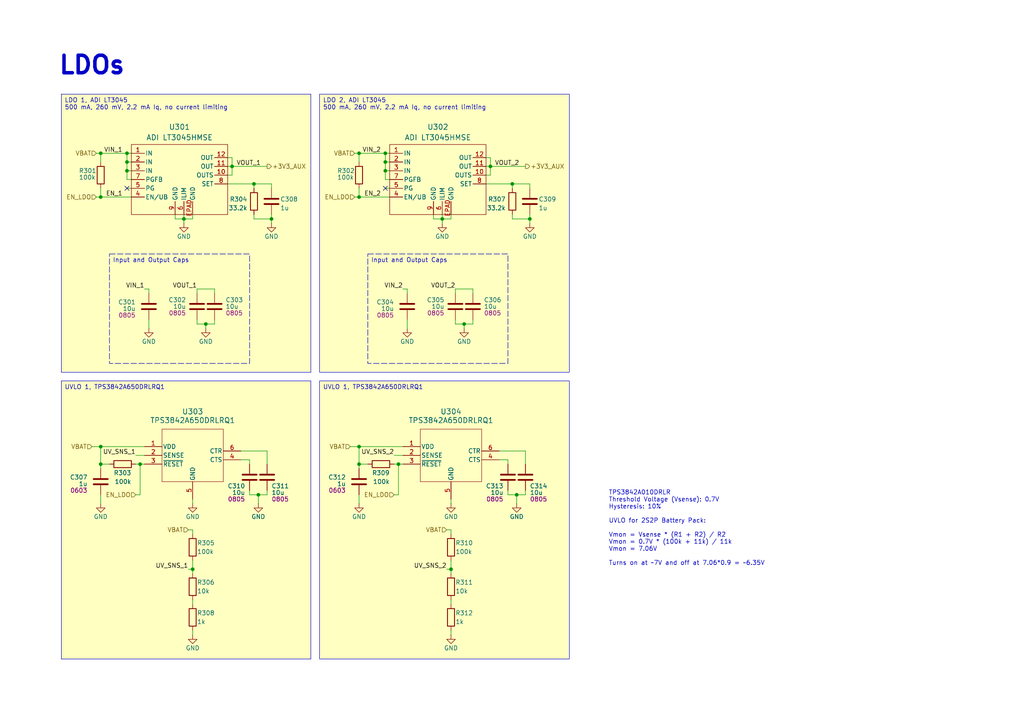
<source format=kicad_sch>
(kicad_sch (version 20231120) (generator "eeschema") (generator_version "8.0")
  (paper "A4")
  (title_block (title "bac EPS Main Board Minimal v1") (date "2025-02-25") (rev "1") (company "Build a CubeSat") (comment 1 "Manuel Imboden") (comment 2 "CC BY-SA 4.0") (comment 3 "https://buildacubesat.space"))
  (lib_symbols
    (symbol "Device:C" (pin_numbers hide) (pin_names (offset 0.254))
      (property "Reference" "C" (at 0.635 2.54 0))
      (property "Value" "C" (at 0.635 -2.54 0))
      (symbol "C_0_1"
        (polyline (pts (xy -2.032 -0.762) (xy 2.032 -0.762)) (stroke (width 0.508)))
        (polyline (pts (xy -2.032 0.762) (xy 2.032 0.762)) (stroke (width 0.508)))
      )
      (symbol "C_1_1"
        (pin passive line (at 0 3.81 270) (length 2.794) (name "~") (number "1"))
        (pin passive line (at 0 -3.81 90) (length 2.794) (name "~") (number "2"))
      )
    )
    (symbol "Device:R" (pin_numbers hide) (pin_names (offset 0))
      (property "Reference" "R" (at 2.032 0 90))
      (property "Value" "R" (at 0 0 90))
      (symbol "R_0_1"
        (rectangle (start -1.016 -2.54) (end 1.016 2.54) (stroke (width 0.254)))
      )
      (symbol "R_1_1"
        (pin passive line (at 0 3.81 270) (length 1.27) (name "~") (number "1"))
        (pin passive line (at 0 -3.81 90) (length 1.27) (name "~") (number "2"))
      )
    )
    (symbol "bac EPS v1:ADI LT3045HMSE" (pin_names (offset 0.254))
      (property "Reference" "U" (at 0 14.732 0))
      (property "Value" "ADI LT3045HMSE" (at 0 12.192 0))
      (symbol "ADI LT3045HMSE_0_1"
        (pin input line (at -13.97 7.62 0) (length 3.81) (name "IN") (number "1"))
        (pin input line (at 13.97 1.27 180) (length 3.81) (name "OUTS") (number "10"))
        (pin output line (at 13.97 3.81 180) (length 3.81) (name "OUT") (number "11"))
        (pin output line (at 13.97 6.35 180) (length 3.81) (name "OUT") (number "12"))
        (pin input line (at -13.97 5.08 0) (length 3.81) (name "IN") (number "2"))
        (pin input line (at -13.97 2.54 0) (length 3.81) (name "IN") (number "3"))
        (pin input line (at -13.97 -5.08 0) (length 3.81) (name "EN/UB") (number "4"))
        (pin output line (at -13.97 -2.54 0) (length 3.81) (name "PG") (number "5"))
        (pin input line (at 1.27 -10.16 90) (length 3.81) (name "ILIM") (number "6"))
        (pin output line (at -13.97 0 0) (length 3.81) (name "PGFB") (number "7"))
        (pin input line (at 13.97 -1.27 180) (length 3.81) (name "SET") (number "8"))
        (pin power_out line (at -1.27 -10.16 90) (length 3.81) (name "GND") (number "9"))
        (pin power_out line (at 3.81 -10.16 90) (length 3.81) (name "GND") (number "EPAD"))
      )
      (symbol "ADI LT3045HMSE_1_1"
        (rectangle (start -13.97 10.16) (end 13.97 -10.16))
      )
    )
    (symbol "bac EPS v1:TI-TPS3842" (pin_names (offset 0.254))
      (property "Reference" "U" (at 0 12.7 0))
      (property "Value" "TI-TPS3842" (at 0 10.16 0))
      (property "Footprint" "bac EPS v1:TI-TPS3842" (at 0.254 -20.574 0))
      (symbol "TI-TPS3842_0_1"
        (polyline (pts (xy -8.89 -7.62) (xy 8.89 -7.62)) (stroke (width 0.127)))
        (polyline (pts (xy -8.89 7.62) (xy -8.89 -7.62)) (stroke (width 0.127)))
        (polyline (pts (xy 8.89 -7.62) (xy 8.89 7.62)) (stroke (width 0.127)))
        (polyline (pts (xy 8.89 7.62) (xy -8.89 7.62)) (stroke (width 0.127)))
        (pin input line (at -13.97 2.54 0) (length 5.08) (name "VDD") (number "1"))
        (pin input line (at -13.97 0 0) (length 5.08) (name "SENSE") (number "2"))
        (pin input line (at 13.97 -1.27 180) (length 5.08) (name "CTS") (number "4"))
        (pin power_out line (at 0 -12.7 90) (length 5.08) (name "GND") (number "5"))
        (pin input line (at 13.97 1.27 180) (length 5.08) (name "CTR") (number "6"))
      )
      (symbol "TI-TPS3842_1_1"
        (pin output line (at -13.97 -2.54 0) (length 5.08) (name "~{RESET}") (number "3"))
      )
    )
    (symbol "power:GND" (power) (pin_numbers hide) (pin_names (offset 0) hide)
      (property "Value" "GND" (at 0 -3.81 0))
      (symbol "GND_0_1"
        (polyline (pts (xy 0 0) (xy 0 -1.27) (xy 1.27 -1.27) (xy 0 -2.54) (xy -1.27 -1.27) (xy 0 -1.27)))
      )
      (symbol "GND_1_1"
        (pin power_in line (at 0 0 270) (length 0) (name "~") (number "1"))
      )
    )
  )
  (junction (at 104.14 57.15))
  (junction (at 142.24 48.26))
  (junction (at 134.62 93.98))
  (junction (at 104.14 129.54))
  (junction (at 104.14 44.45))
  (junction (at 148.59 53.34))
  (junction (at 104.14 134.62))
  (junction (at 153.67 63.5))
  (junction (at 29.21 134.62))
  (junction (at 59.69 93.98))
  (junction (at 78.74 63.5))
  (junction (at 73.66 53.34))
  (junction (at 29.21 57.15))
  (junction (at 67.31 48.26))
  (junction (at 128.27 63.5))
  (junction (at 130.81 165.1))
  (junction (at 115.57 134.62))
  (junction (at 36.83 44.45))
  (junction (at 111.76 46.99))
  (junction (at 53.34 63.5))
  (junction (at 29.21 44.45))
  (junction (at 40.64 134.62))
  (junction (at 111.76 44.45))
  (junction (at 149.86 143.51))
  (junction (at 111.76 49.53))
  (junction (at 29.21 129.54))
  (junction (at 36.83 49.53))
  (junction (at 55.88 165.1))
  (junction (at 36.83 46.99))
  (junction (at 74.93 143.51))
  (no_connect (at 111.76 54.61))
  (no_connect (at 128.27 237.49))
  (no_connect (at 36.83 54.61))
  (wire (pts (xy 140.97 45.72) (xy 142.24 45.72)))
  (wire (pts (xy 104.14 143.51) (xy 104.14 146.05)))
  (wire (pts (xy 73.66 62.23) (xy 73.66 63.5)))
  (wire (pts (xy 29.21 57.15) (xy 38.1 57.15)))
  (wire (pts (xy 78.74 63.5) (xy 78.74 64.77)))
  (wire (pts (xy 132.08 92.71) (xy 132.08 93.98)))
  (wire (pts (xy 147.32 133.35) (xy 147.32 134.62)))
  (wire (pts (xy 29.21 134.62) (xy 31.75 134.62)))
  (wire (pts (xy 114.3 143.51) (xy 115.57 143.51)))
  (wire (pts (xy 142.24 45.72) (xy 142.24 48.26)))
  (wire (pts (xy 130.81 173.99) (xy 130.81 175.26)))
  (wire (pts (xy 74.93 143.51) (xy 74.93 146.05)))
  (wire (pts (xy 118.11 83.82) (xy 118.11 85.09)))
  (wire (pts (xy 102.87 57.15) (xy 104.14 57.15)))
  (wire (pts (xy 40.64 134.62) (xy 41.91 134.62)))
  (wire (pts (xy 29.21 143.51) (xy 29.21 146.05)))
  (wire (pts (xy 77.47 143.51) (xy 77.47 142.24)))
  (wire (pts (xy 66.04 53.34) (xy 73.66 53.34)))
  (wire (pts (xy 132.08 83.82) (xy 137.16 83.82)))
  (wire (pts (xy 39.37 143.51) (xy 40.64 143.51)))
  (wire (pts (xy 111.76 44.45) (xy 111.76 46.99)))
  (wire (pts (xy 129.54 165.1) (xy 130.81 165.1)))
  (wire (pts (xy 38.1 44.45) (xy 36.83 44.45)))
  (wire (pts (xy 134.62 93.98) (xy 134.62 95.25)))
  (wire (pts (xy 29.21 44.45) (xy 29.21 46.99)))
  (wire (pts (xy 55.88 63.5) (xy 55.88 62.23)))
  (wire (pts (xy 62.23 93.98) (xy 62.23 92.71)))
  (wire (pts (xy 116.84 83.82) (xy 118.11 83.82)))
  (wire (pts (xy 59.69 93.98) (xy 59.69 95.25)))
  (wire (pts (xy 130.81 63.5) (xy 130.81 62.23)))
  (wire (pts (xy 53.34 62.23) (xy 53.34 63.5)))
  (wire (pts (xy 144.78 133.35) (xy 147.32 133.35)))
  (wire (pts (xy 29.21 129.54) (xy 41.91 129.54)))
  (wire (pts (xy 36.83 44.45) (xy 36.83 46.99)))
  (wire (pts (xy 125.73 63.5) (xy 128.27 63.5)))
  (wire (pts (xy 104.14 44.45) (xy 104.14 46.99)))
  (wire (pts (xy 66.04 45.72) (xy 67.31 45.72)))
  (wire (pts (xy 29.21 44.45) (xy 36.83 44.45)))
  (wire (pts (xy 102.87 44.45) (xy 104.14 44.45)))
  (wire (pts (xy 142.24 48.26) (xy 152.4 48.26)))
  (wire (pts (xy 50.8 63.5) (xy 53.34 63.5)))
  (wire (pts (xy 77.47 130.81) (xy 77.47 134.62)))
  (wire (pts (xy 73.66 63.5) (xy 78.74 63.5)))
  (wire (pts (xy 137.16 93.98) (xy 137.16 92.71)))
  (wire (pts (xy 54.61 165.1) (xy 55.88 165.1)))
  (wire (pts (xy 78.74 53.34) (xy 78.74 54.61)))
  (wire (pts (xy 130.81 144.78) (xy 130.81 146.05)))
  (wire (pts (xy 148.59 63.5) (xy 153.67 63.5)))
  (wire (pts (xy 147.32 143.51) (xy 149.86 143.51)))
  (wire (pts (xy 55.88 165.1) (xy 55.88 162.56)))
  (wire (pts (xy 137.16 83.82) (xy 137.16 85.09)))
  (wire (pts (xy 111.76 52.07) (xy 113.03 52.07)))
  (wire (pts (xy 115.57 134.62) (xy 115.57 143.51)))
  (wire (pts (xy 57.15 92.71) (xy 57.15 93.98)))
  (wire (pts (xy 27.94 57.15) (xy 29.21 57.15)))
  (wire (pts (xy 55.88 173.99) (xy 55.88 175.26)))
  (wire (pts (xy 149.86 143.51) (xy 149.86 146.05)))
  (wire (pts (xy 59.69 93.98) (xy 62.23 93.98)))
  (wire (pts (xy 128.27 62.23) (xy 128.27 63.5)))
  (wire (pts (xy 72.39 142.24) (xy 72.39 143.51)))
  (wire (pts (xy 41.91 83.82) (xy 43.18 83.82)))
  (wire (pts (xy 29.21 135.89) (xy 29.21 134.62)))
  (wire (pts (xy 69.85 130.81) (xy 77.47 130.81)))
  (wire (pts (xy 132.08 85.09) (xy 132.08 83.82)))
  (wire (pts (xy 152.4 143.51) (xy 152.4 142.24)))
  (wire (pts (xy 36.83 52.07) (xy 38.1 52.07)))
  (wire (pts (xy 104.14 57.15) (xy 113.03 57.15)))
  (wire (pts (xy 148.59 53.34) (xy 148.59 54.61)))
  (wire (pts (xy 55.88 153.67) (xy 55.88 154.94)))
  (wire (pts (xy 132.08 93.98) (xy 134.62 93.98)))
  (wire (pts (xy 142.24 48.26) (xy 142.24 50.8)))
  (wire (pts (xy 118.11 92.71) (xy 118.11 95.25)))
  (wire (pts (xy 104.14 135.89) (xy 104.14 134.62)))
  (wire (pts (xy 50.8 62.23) (xy 50.8 63.5)))
  (wire (pts (xy 111.76 54.61) (xy 113.03 54.61)))
  (wire (pts (xy 73.66 53.34) (xy 73.66 54.61)))
  (wire (pts (xy 140.97 50.8) (xy 142.24 50.8)))
  (wire (pts (xy 114.3 132.08) (xy 116.84 132.08)))
  (wire (pts (xy 57.15 83.82) (xy 62.23 83.82)))
  (wire (pts (xy 29.21 54.61) (xy 29.21 57.15)))
  (wire (pts (xy 114.3 134.62) (xy 115.57 134.62)))
  (wire (pts (xy 148.59 53.34) (xy 153.67 53.34)))
  (wire (pts (xy 134.62 93.98) (xy 137.16 93.98)))
  (wire (pts (xy 153.67 53.34) (xy 153.67 54.61)))
  (wire (pts (xy 55.88 165.1) (xy 55.88 166.37)))
  (wire (pts (xy 43.18 83.82) (xy 43.18 85.09)))
  (wire (pts (xy 72.39 143.51) (xy 74.93 143.51)))
  (wire (pts (xy 53.34 64.77) (xy 53.34 63.5)))
  (wire (pts (xy 153.67 63.5) (xy 153.67 62.23)))
  (wire (pts (xy 38.1 46.99) (xy 36.83 46.99)))
  (wire (pts (xy 55.88 144.78) (xy 55.88 146.05)))
  (wire (pts (xy 115.57 134.62) (xy 116.84 134.62)))
  (wire (pts (xy 104.14 44.45) (xy 111.76 44.45)))
  (wire (pts (xy 113.03 46.99) (xy 111.76 46.99)))
  (wire (pts (xy 104.14 129.54) (xy 116.84 129.54)))
  (wire (pts (xy 40.64 134.62) (xy 40.64 143.51)))
  (wire (pts (xy 152.4 130.81) (xy 152.4 134.62)))
  (wire (pts (xy 66.04 50.8) (xy 67.31 50.8)))
  (wire (pts (xy 57.15 85.09) (xy 57.15 83.82)))
  (wire (pts (xy 67.31 45.72) (xy 67.31 48.26)))
  (wire (pts (xy 140.97 53.34) (xy 148.59 53.34)))
  (wire (pts (xy 36.83 54.61) (xy 38.1 54.61)))
  (wire (pts (xy 111.76 46.99) (xy 111.76 49.53)))
  (wire (pts (xy 66.04 48.26) (xy 67.31 48.26)))
  (wire (pts (xy 57.15 93.98) (xy 59.69 93.98)))
  (wire (pts (xy 62.23 83.82) (xy 62.23 85.09)))
  (wire (pts (xy 43.18 92.71) (xy 43.18 95.25)))
  (wire (pts (xy 111.76 49.53) (xy 113.03 49.53)))
  (wire (pts (xy 130.81 165.1) (xy 130.81 166.37)))
  (wire (pts (xy 39.37 134.62) (xy 40.64 134.62)))
  (wire (pts (xy 128.27 63.5) (xy 130.81 63.5)))
  (wire (pts (xy 67.31 48.26) (xy 67.31 50.8)))
  (wire (pts (xy 130.81 153.67) (xy 130.81 154.94)))
  (wire (pts (xy 104.14 134.62) (xy 106.68 134.62)))
  (wire (pts (xy 128.27 64.77) (xy 128.27 63.5)))
  (wire (pts (xy 36.83 49.53) (xy 36.83 52.07)))
  (wire (pts (xy 26.67 129.54) (xy 29.21 129.54)))
  (wire (pts (xy 39.37 132.08) (xy 41.91 132.08)))
  (wire (pts (xy 29.21 129.54) (xy 29.21 134.62)))
  (wire (pts (xy 74.93 143.51) (xy 77.47 143.51)))
  (wire (pts (xy 130.81 182.88) (xy 130.81 184.15)))
  (wire (pts (xy 125.73 62.23) (xy 125.73 63.5)))
  (wire (pts (xy 69.85 133.35) (xy 72.39 133.35)))
  (wire (pts (xy 78.74 63.5) (xy 78.74 62.23)))
  (wire (pts (xy 55.88 182.88) (xy 55.88 184.15)))
  (wire (pts (xy 140.97 48.26) (xy 142.24 48.26)))
  (wire (pts (xy 153.67 63.5) (xy 153.67 64.77)))
  (wire (pts (xy 101.6 129.54) (xy 104.14 129.54)))
  (wire (pts (xy 73.66 53.34) (xy 78.74 53.34)))
  (wire (pts (xy 130.81 165.1) (xy 130.81 162.56)))
  (wire (pts (xy 67.31 48.26) (xy 77.47 48.26)))
  (wire (pts (xy 113.03 44.45) (xy 111.76 44.45)))
  (wire (pts (xy 54.61 153.67) (xy 55.88 153.67)))
  (wire (pts (xy 36.83 49.53) (xy 38.1 49.53)))
  (wire (pts (xy 104.14 129.54) (xy 104.14 134.62)))
  (wire (pts (xy 104.14 54.61) (xy 104.14 57.15)))
  (wire (pts (xy 111.76 49.53) (xy 111.76 52.07)))
  (wire (pts (xy 129.54 153.67) (xy 130.81 153.67)))
  (wire (pts (xy 149.86 143.51) (xy 152.4 143.51)))
  (wire (pts (xy 36.83 46.99) (xy 36.83 49.53)))
  (wire (pts (xy 147.32 142.24) (xy 147.32 143.51)))
  (wire (pts (xy 53.34 63.5) (xy 55.88 63.5)))
  (wire (pts (xy 72.39 133.35) (xy 72.39 134.62)))
  (wire (pts (xy 27.94 44.45) (xy 29.21 44.45)))
  (wire (pts (xy 148.59 62.23) (xy 148.59 63.5)))
  (wire (pts (xy 144.78 130.81) (xy 152.4 130.81)))
  (text_box "UVLO 1, TPS3842A650DRLRQ1" (at 17.78 110.49 0) (size 72.39 80.645) (fill (type color) (color 255 255 194 1)) (effects (font (size 1.27 1.27)) (justify left top)))
  (text_box "Input and Output Caps" (at 31.75 73.66 0) (size 40.64 31.75) (stroke (width 0) (type dash)) (effects (font (size 1.27 1.27)) (justify left top)))
  (text_box "LDO 1, ADI LT3045\n500 mA, 260 mV, 2.2 mA Iq, no current limiting" (at 17.78 27.305 0) (size 72.39 80.645) (fill (type color) (color 255 255 194 1)) (effects (font (size 1.27 1.27)) (justify left top)))
  (text_box "Input and Output Caps" (at 106.68 73.66 0) (size 40.64 31.75) (stroke (width 0) (type dash)) (effects (font (size 1.27 1.27)) (justify left top)))
  (text_box "LDO 2, ADI LT3045\n500 mA, 260 mV, 2.2 mA Iq, no current limiting" (at 92.71 27.305 0) (size 72.39 80.645) (fill (type color) (color 255 255 194 1)) (effects (font (size 1.27 1.27)) (justify left top)))
  (text_box "UVLO 1, TPS3842A650DRLRQ1" (at 92.71 110.49 0) (size 72.39 80.645) (fill (type color) (color 255 255 194 1)) (effects (font (size 1.27 1.27)) (justify left top)))
  (text "TPS3842A010DRLR\nThreshold Voltage (Vsense): 0.7V\nHysteresis: 10%\n\nUVLO for 2S2P Battery Pack:\n\nVmon = Vsense * (R1 + R2) / R2\nVmon = 0.7V * (100k + 11k) / 11k\nVmon = 7.06V\n\nTurns on at ~7V and off at 7.06*0.9 = ~6.35V\n" (at 176.53 142.24 0) (effects (font (size 1.27 1.27)) (justify left top)))
  (text "LDOs" (at 26.67 19.05 0) (effects (font (size 5.08 5.08) (thickness 1.016) (bold yes))))
  (label "EN_1" (at 35.56 57.15 180))
  (label "VOUT_2" (at 132.08 83.82 180))
  (label "UV_SNS_2" (at 114.3 132.08 180))
  (label "VOUT_2" (at 143.51 48.26 0))
  (label "VOUT_1" (at 57.15 83.82 180))
  (label "EN_2" (at 110.49 57.15 180))
  (label "VIN_2" (at 110.49 44.45 180))
  (label "UV_SNS_1" (at 54.61 165.1 180))
  (label "VOUT_1" (at 68.58 48.26 0))
  (label "UV_SNS_1" (at 39.37 132.08 180))
  (label "VIN_1" (at 35.56 44.45 180))
  (label "UV_SNS_2" (at 129.54 165.1 180))
  (label "VIN_1" (at 41.91 83.82 180))
  (label "VIN_2" (at 116.84 83.82 180))
  (hierarchical_label "VBAT" (shape input) (at 26.67 129.54 180))
  (hierarchical_label "EN_LDO" (shape input) (at 102.87 57.15 180))
  (hierarchical_label "+3V3_AUX" (shape output) (at 152.4 48.26 0))
  (hierarchical_label "VBAT" (shape input) (at 54.61 153.67 180))
  (hierarchical_label "EN_LDO" (shape input) (at 114.3 143.51 180))
  (hierarchical_label "EN_LDO" (shape input) (at 27.94 57.15 180))
  (hierarchical_label "VBAT" (shape input) (at 102.87 44.45 180))
  (hierarchical_label "VBAT" (shape input) (at 27.94 44.45 180))
  (hierarchical_label "VBAT" (shape input) (at 129.54 153.67 180))
  (hierarchical_label "EN_LDO" (shape input) (at 39.37 143.51 180))
  (hierarchical_label "VBAT" (shape input) (at 101.6 129.54 180))
  (hierarchical_label "+3V3_AUX" (shape output) (at 77.47 48.26 0))
  (symbol (lib_id "Device:R") (at 148.59 58.42 0) (mirror y) (unit 1)
    (property "Reference" "R307" (at 146.685 57.785 0) (effects (justify left)))
    (property "Value" "33.2k" (at 146.685 60.325 0) (effects (justify left)))
    (property "Footprint" "Resistor_SMD:R_0603_1608Metric" (effects (hide yes)))
    (property "Description" "Resistor" (effects (hide yes)))
    (property "Package" "0603" (effects (hide yes)))
    (property "Tolerance" "0.5%" (effects (hide yes)))
    (property "Series" "E192" (effects (hide yes)))
  )
  (symbol (lib_id "Device:R") (at 130.81 158.75 0) (mirror x) (unit 1)
    (property "Reference" "R310" (at 132.08 157.48 0) (effects (justify left)))
    (property "Value" "100k" (at 132.08 160.02 0) (effects (justify left)))
    (property "Footprint" "bac EPS v1:bac-R-0603-100k" (effects (hide yes)))
    (property "Description" "Resistor" (effects (hide yes)))
    (property "Package" "0603" (effects (hide yes)))
    (property "Tolerance" "0.5%" (effects (hide yes)))
    (property "Series" "E192" (effects (hide yes)))
  )
  (symbol (lib_id "Device:R") (at 29.21 50.8 0) (mirror x) (unit 1)
    (property "Reference" "R301" (at 22.86 49.53 0) (effects (justify left)))
    (property "Value" "100k" (at 22.86 51.435 0) (effects (justify left)))
    (property "Footprint" "bac EPS v1:bac-R-0603-100k" (effects (hide yes)))
    (property "Description" "Resistor" (effects (hide yes)))
    (property "Package" "0603" (effects (hide yes)))
    (property "Tolerance" "10%" (effects (hide yes)))
    (property "Series" "E12" (effects (hide yes)))
  )
  (symbol (lib_id "power:GND") (at 55.88 184.15 0) (unit 1)
    (property "Reference" "#PWR0312" (effects (hide yes)))
    (property "Value" "GND" (at 55.88 187.96 0))
    (property "Description" "Power symbol creates a global label with name \"GND\" , ground" (effects (hide yes)))
  )
  (symbol (lib_id "Device:R") (at 55.88 158.75 0) (mirror x) (unit 1)
    (property "Reference" "R305" (at 57.15 157.48 0) (effects (justify left)))
    (property "Value" "100k" (at 57.15 160.02 0) (effects (justify left)))
    (property "Footprint" "bac EPS v1:bac-R-0603-100k" (effects (hide yes)))
    (property "Description" "Resistor" (effects (hide yes)))
    (property "Package" "0603" (effects (hide yes)))
    (property "Tolerance" "0.5%" (effects (hide yes)))
    (property "Series" "E192" (effects (hide yes)))
  )
  (symbol (lib_id "power:GND") (at 149.86 146.05 0) (unit 1)
    (property "Reference" "#PWR0316" (effects (hide yes)))
    (property "Value" "GND" (at 149.86 149.86 0))
    (property "Description" "Power symbol creates a global label with name \"GND\" , ground" (effects (hide yes)))
  )
  (symbol (lib_id "bac EPS v1:ADI LT3045HMSE") (at 52.07 52.07 0) (unit 1)
    (property "Reference" "U301" (at 52.07 36.83 0) (effects (font (size 1.524 1.524))))
    (property "Value" "ADI LT3045HMSE" (at 52.07 39.878 0) (effects (font (size 1.524 1.524))))
    (property "Footprint" "bac EPS v1:ADI-LT3045HMSE" (effects (hide yes)))
    (property "Datasheet" "https://www.analog.com/media/en/technical-documentation/data-sheets/LT3045.pdf" (effects (hide yes)))
    (property "Description" "Linear Voltage Regulator IC Positive Adjustable 1 Output 500mA 12-MSOP-EP" (effects (hide yes)))
  )
  (symbol (lib_id "bac EPS v1:TI-TPS3842") (at 130.81 132.08 0) (unit 1)
    (property "Reference" "U304" (at 130.81 119.38 0) (effects (font (size 1.524 1.524))))
    (property "Value" "TPS3842A650DRLRQ1" (at 130.81 121.92 0) (effects (font (size 1.524 1.524))))
    (property "Footprint" "bac EPS v1:TI-TPS3842" (effects (hide yes)))
    (property "Datasheet" "https://www.ti.com/lit/ds/symlink/tps3842.pdf?ts=1740301052360" (effects (hide yes)))
  )
  (symbol (lib_id "power:GND") (at 153.67 64.77 0) (unit 1)
    (property "Reference" "#PWR0311" (effects (hide yes)))
    (property "Value" "GND" (at 153.67 68.58 0))
    (property "Description" "Power symbol creates a global label with name \"GND\" , ground" (effects (hide yes)))
  )
  (symbol (lib_id "power:GND") (at 78.74 64.77 0) (unit 1)
    (property "Reference" "#PWR0304" (effects (hide yes)))
    (property "Value" "GND" (at 78.74 68.58 0))
    (property "Description" "Power symbol creates a global label with name \"GND\" , ground" (effects (hide yes)))
  )
  (symbol (lib_id "power:GND") (at 118.11 95.25 0) (unit 1)
    (property "Reference" "#PWR0306" (effects (hide yes)))
    (property "Value" "GND" (at 118.11 99.06 0))
    (property "Description" "Power symbol creates a global label with name \"GND\" , ground" (effects (hide yes)))
  )
  (symbol (lib_id "Device:C") (at 29.21 139.7 0) (unit 1)
    (property "Reference" "C307" (at 25.4 138.43 0) (effects (justify right)))
    (property "Value" "1u" (at 25.4 140.335 0) (effects (justify right)))
    (property "Footprint" "bac EPS v1:bac-C-0603-1u" (effects (hide yes)))
    (property "Description" "Unpolarized capacitor" (effects (hide yes)))
    (property "Package" "0603" (at 22.86 142.24 0))
    (property "Temperature Coefficient" "X7R" (effects (hide yes)))
    (property "Tolerance" "10%" (effects (hide yes)))
    (property "Rated Voltage" "25V" (effects (hide yes)))
  )
  (symbol (lib_id "Device:C") (at 62.23 88.9 0) (mirror y) (unit 1)
    (property "Reference" "C303" (at 65.405 86.995 0) (effects (justify right)))
    (property "Value" "10u" (at 65.405 88.9 0) (effects (justify right)))
    (property "Footprint" "bac EPS v1:bac-C-0805-10u" (effects (hide yes)))
    (property "Description" "Unpolarized capacitor" (effects (hide yes)))
    (property "Package" "0805" (at 67.945 90.805 0))
    (property "Temperature Coefficient" "X7R" (effects (hide yes)))
    (property "Tolerance" "10%" (effects (hide yes)))
    (property "Rated Voltage" "25V" (effects (hide yes)))
  )
  (symbol (lib_id "Device:C") (at 132.08 88.9 0) (unit 1)
    (property "Reference" "C305" (at 128.905 86.995 0) (effects (justify right)))
    (property "Value" "10u" (at 128.905 88.9 0) (effects (justify right)))
    (property "Footprint" "bac EPS v1:bac-C-0805-10u" (effects (hide yes)))
    (property "Description" "Unpolarized capacitor" (effects (hide yes)))
    (property "Package" "0805" (at 126.365 90.805 0))
    (property "Temperature Coefficient" "X7R" (effects (hide yes)))
    (property "Tolerance" "10%" (effects (hide yes)))
    (property "Rated Voltage" "25V" (effects (hide yes)))
  )
  (symbol (lib_id "Device:C") (at 104.14 139.7 0) (unit 1)
    (property "Reference" "C312" (at 100.33 138.43 0) (effects (justify right)))
    (property "Value" "1u" (at 100.33 140.335 0) (effects (justify right)))
    (property "Footprint" "bac EPS v1:bac-C-0603-1u" (effects (hide yes)))
    (property "Description" "Unpolarized capacitor" (effects (hide yes)))
    (property "Package" "0603" (at 97.79 142.24 0))
    (property "Temperature Coefficient" "X7R" (effects (hide yes)))
    (property "Tolerance" "10%" (effects (hide yes)))
    (property "Rated Voltage" "25V" (effects (hide yes)))
  )
  (symbol (lib_id "power:GND") (at 53.34 64.77 0) (unit 1)
    (property "Reference" "#PWR0303" (effects (hide yes)))
    (property "Value" "GND" (at 53.34 68.58 0))
    (property "Description" "Power symbol creates a global label with name \"GND\" , ground" (effects (hide yes)))
  )
  (symbol (lib_id "power:GND") (at 74.93 146.05 0) (unit 1)
    (property "Reference" "#PWR0309" (effects (hide yes)))
    (property "Value" "GND" (at 74.93 149.86 0))
    (property "Description" "Power symbol creates a global label with name \"GND\" , ground" (effects (hide yes)))
  )
  (symbol (lib_id "power:GND") (at 104.14 146.05 0) (unit 1)
    (property "Reference" "#PWR0313" (effects (hide yes)))
    (property "Value" "GND" (at 104.14 149.86 0))
    (property "Description" "Power symbol creates a global label with name \"GND\" , ground" (effects (hide yes)))
  )
  (symbol (lib_id "Device:R") (at 55.88 170.18 0) (mirror x) (unit 1)
    (property "Reference" "R306" (at 57.15 168.91 0) (effects (justify left)))
    (property "Value" "10k" (at 57.15 171.45 0) (effects (justify left)))
    (property "Footprint" "bac EPS v1:bac-R-0603-10k" (effects (hide yes)))
    (property "Description" "Resistor" (effects (hide yes)))
    (property "Package" "0603" (effects (hide yes)))
    (property "Tolerance" "0.5%" (effects (hide yes)))
    (property "Series" "E192" (effects (hide yes)))
  )
  (symbol (lib_id "Device:C") (at 152.4 138.43 0) (mirror y) (unit 1)
    (property "Reference" "C314" (at 153.67 140.97 0) (effects (justify right)))
    (property "Value" "10u" (at 153.67 142.875 0) (effects (justify right)))
    (property "Footprint" "bac EPS v1:bac-C-0805-10u" (effects (hide yes)))
    (property "Description" "Unpolarized capacitor" (effects (hide yes)))
    (property "Package" "0805" (at 156.21 144.78 0))
    (property "Temperature Coefficient" "X7R" (effects (hide yes)))
    (property "Tolerance" "10%" (effects (hide yes)))
    (property "Rated Voltage" "25V" (effects (hide yes)))
  )
  (symbol (lib_id "power:GND") (at 128.27 64.77 0) (unit 1)
    (property "Reference" "#PWR0308" (effects (hide yes)))
    (property "Value" "GND" (at 128.27 68.58 0))
    (property "Description" "Power symbol creates a global label with name \"GND\" , ground" (effects (hide yes)))
  )
  (symbol (lib_id "power:GND") (at 130.81 184.15 0) (unit 1)
    (property "Reference" "#PWR0315" (effects (hide yes)))
    (property "Value" "GND" (at 130.81 187.96 0))
    (property "Description" "Power symbol creates a global label with name \"GND\" , ground" (effects (hide yes)))
  )
  (symbol (lib_id "Device:C") (at 118.11 88.9 0) (unit 1)
    (property "Reference" "C304" (at 114.3 87.63 0) (effects (justify right)))
    (property "Value" "10u" (at 114.3 89.535 0) (effects (justify right)))
    (property "Footprint" "bac EPS v1:bac-C-0805-10u" (effects (hide yes)))
    (property "Description" "Unpolarized capacitor" (effects (hide yes)))
    (property "Package" "0805" (at 111.76 91.44 0))
    (property "Temperature Coefficient" "X7R" (effects (hide yes)))
    (property "Tolerance" "10%" (effects (hide yes)))
    (property "Rated Voltage" "25V" (effects (hide yes)))
  )
  (symbol (lib_id "power:GND") (at 55.88 146.05 0) (unit 1)
    (property "Reference" "#PWR0310" (effects (hide yes)))
    (property "Value" "GND" (at 55.88 149.86 0))
    (property "Description" "Power symbol creates a global label with name \"GND\" , ground" (effects (hide yes)))
  )
  (symbol (lib_id "Device:R") (at 35.56 134.62 90) (mirror x) (unit 1)
    (property "Reference" "R303" (at 38.1 137.16 90) (effects (justify left)))
    (property "Value" "100k" (at 38.1 139.7 90) (effects (justify left)))
    (property "Footprint" "bac EPS v1:bac-R-0603-100k" (effects (hide yes)))
    (property "Description" "Resistor" (effects (hide yes)))
    (property "Package" "0603" (effects (hide yes)))
    (property "Tolerance" "0.5%" (effects (hide yes)))
    (property "Series" "E192" (effects (hide yes)))
  )
  (symbol (lib_id "Device:R") (at 104.14 50.8 0) (mirror x) (unit 1)
    (property "Reference" "R302" (at 97.79 49.53 0) (effects (justify left)))
    (property "Value" "100k" (at 97.79 51.435 0) (effects (justify left)))
    (property "Footprint" "bac EPS v1:bac-R-0603-100k" (effects (hide yes)))
    (property "Description" "Resistor" (effects (hide yes)))
    (property "Package" "0603" (effects (hide yes)))
    (property "Tolerance" "10%" (effects (hide yes)))
    (property "Series" "E12" (effects (hide yes)))
  )
  (symbol (lib_id "Device:C") (at 43.18 88.9 0) (unit 1)
    (property "Reference" "C301" (at 39.37 87.63 0) (effects (justify right)))
    (property "Value" "10u" (at 39.37 89.535 0) (effects (justify right)))
    (property "Footprint" "bac EPS v1:bac-C-0805-10u" (effects (hide yes)))
    (property "Description" "Unpolarized capacitor" (effects (hide yes)))
    (property "Package" "0805" (at 36.83 91.44 0))
    (property "Temperature Coefficient" "X7R" (effects (hide yes)))
    (property "Tolerance" "10%" (effects (hide yes)))
    (property "Rated Voltage" "25V" (effects (hide yes)))
  )
  (symbol (lib_id "power:GND") (at 130.81 146.05 0) (unit 1)
    (property "Reference" "#PWR0314" (effects (hide yes)))
    (property "Value" "GND" (at 130.81 149.86 0))
    (property "Description" "Power symbol creates a global label with name \"GND\" , ground" (effects (hide yes)))
  )
  (symbol (lib_id "power:GND") (at 43.18 95.25 0) (unit 1)
    (property "Reference" "#PWR0301" (effects (hide yes)))
    (property "Value" "GND" (at 43.18 99.06 0))
    (property "Description" "Power symbol creates a global label with name \"GND\" , ground" (effects (hide yes)))
  )
  (symbol (lib_id "Device:C") (at 147.32 138.43 0) (unit 1)
    (property "Reference" "C313" (at 146.05 140.97 0) (effects (justify right)))
    (property "Value" "10u" (at 146.05 142.875 0) (effects (justify right)))
    (property "Footprint" "bac EPS v1:bac-C-0805-10u" (effects (hide yes)))
    (property "Description" "Unpolarized capacitor" (effects (hide yes)))
    (property "Package" "0805" (at 143.51 144.78 0))
    (property "Temperature Coefficient" "X7R" (effects (hide yes)))
    (property "Tolerance" "10%" (effects (hide yes)))
    (property "Rated Voltage" "25V" (effects (hide yes)))
  )
  (symbol (lib_id "Device:R") (at 110.49 134.62 90) (mirror x) (unit 1)
    (property "Reference" "R309" (at 113.03 137.16 90) (effects (justify left)))
    (property "Value" "100k" (at 113.03 139.7 90) (effects (justify left)))
    (property "Footprint" "bac EPS v1:bac-R-0603-100k" (effects (hide yes)))
    (property "Description" "Resistor" (effects (hide yes)))
    (property "Package" "0603" (effects (hide yes)))
    (property "Tolerance" "0.5%" (effects (hide yes)))
    (property "Series" "E192" (effects (hide yes)))
  )
  (symbol (lib_id "Device:C") (at 153.67 58.42 180) (unit 1)
    (property "Reference" "C309" (at 156.21 57.785 0) (effects (justify right)))
    (property "Value" "1u" (at 156.21 60.325 0) (effects (justify right)))
    (property "Footprint" "bac EPS v1:bac-C-0603-1u" (effects (hide yes)))
    (property "Description" "Unpolarized capacitor" (effects (hide yes)))
    (property "Package" "0603" (effects (hide yes)))
    (property "Temperature Coefficient" "X7R" (effects (hide yes)))
    (property "Tolerance" "10%" (effects (hide yes)))
    (property "Rated Voltage" "35V" (effects (hide yes)))
  )
  (symbol (lib_id "Device:C") (at 78.74 58.42 180) (unit 1)
    (property "Reference" "C308" (at 81.28 57.785 0) (effects (justify right)))
    (property "Value" "1u" (at 81.28 60.325 0) (effects (justify right)))
    (property "Footprint" "bac EPS v1:bac-C-0603-1u" (effects (hide yes)))
    (property "Description" "Unpolarized capacitor" (effects (hide yes)))
    (property "Package" "0603" (effects (hide yes)))
    (property "Temperature Coefficient" "X7R" (effects (hide yes)))
    (property "Tolerance" "10%" (effects (hide yes)))
    (property "Rated Voltage" "35V" (effects (hide yes)))
  )
  (symbol (lib_id "Device:C") (at 57.15 88.9 0) (unit 1)
    (property "Reference" "C302" (at 53.975 86.995 0) (effects (justify right)))
    (property "Value" "10u" (at 53.975 88.9 0) (effects (justify right)))
    (property "Footprint" "bac EPS v1:bac-C-0805-10u" (effects (hide yes)))
    (property "Description" "Unpolarized capacitor" (effects (hide yes)))
    (property "Package" "0805" (at 51.435 90.805 0))
    (property "Temperature Coefficient" "X7R" (effects (hide yes)))
    (property "Tolerance" "10%" (effects (hide yes)))
    (property "Rated Voltage" "25V" (effects (hide yes)))
  )
  (symbol (lib_id "bac EPS v1:ADI LT3045HMSE") (at 127 52.07 0) (unit 1)
    (property "Reference" "U302" (at 127 36.83 0) (effects (font (size 1.524 1.524))))
    (property "Value" "ADI LT3045HMSE" (at 127 39.878 0) (effects (font (size 1.524 1.524))))
    (property "Footprint" "bac EPS v1:ADI-LT3045HMSE" (effects (hide yes)))
    (property "Datasheet" "https://www.analog.com/media/en/technical-documentation/data-sheets/LT3045.pdf" (effects (hide yes)))
    (property "Description" "Linear Voltage Regulator IC Positive Adjustable 1 Output 500mA 12-MSOP-EP" (effects (hide yes)))
  )
  (symbol (lib_id "Device:C") (at 72.39 138.43 0) (unit 1)
    (property "Reference" "C310" (at 71.12 140.97 0) (effects (justify right)))
    (property "Value" "10u" (at 71.12 142.875 0) (effects (justify right)))
    (property "Footprint" "bac EPS v1:bac-C-0805-10u" (effects (hide yes)))
    (property "Description" "Unpolarized capacitor" (effects (hide yes)))
    (property "Package" "0805" (at 68.58 144.78 0))
    (property "Temperature Coefficient" "X7R" (effects (hide yes)))
    (property "Tolerance" "10%" (effects (hide yes)))
    (property "Rated Voltage" "25V" (effects (hide yes)))
  )
  (symbol (lib_id "Device:R") (at 130.81 179.07 0) (mirror x) (unit 1)
    (property "Reference" "R312" (at 132.08 177.8 0) (effects (justify left)))
    (property "Value" "1k" (at 132.08 180.34 0) (effects (justify left)))
    (property "Footprint" "bac EPS v1:bac-R-0603-1k" (effects (hide yes)))
    (property "Description" "Resistor" (effects (hide yes)))
    (property "Package" "0603" (effects (hide yes)))
    (property "Tolerance" "0.5%" (effects (hide yes)))
    (property "Series" "E192" (effects (hide yes)))
  )
  (symbol (lib_id "Device:R") (at 55.88 179.07 0) (mirror x) (unit 1)
    (property "Reference" "R308" (at 57.15 177.8 0) (effects (justify left)))
    (property "Value" "1k" (at 57.15 180.34 0) (effects (justify left)))
    (property "Footprint" "bac EPS v1:bac-R-0603-1k" (effects (hide yes)))
    (property "Description" "Resistor" (effects (hide yes)))
    (property "Package" "0603" (effects (hide yes)))
    (property "Tolerance" "0.5%" (effects (hide yes)))
    (property "Series" "E192" (effects (hide yes)))
  )
  (symbol (lib_id "bac EPS v1:TI-TPS3842") (at 55.88 132.08 0) (unit 1)
    (property "Reference" "U303" (at 55.88 119.38 0) (effects (font (size 1.524 1.524))))
    (property "Value" "TPS3842A650DRLRQ1" (at 55.88 121.92 0) (effects (font (size 1.524 1.524))))
    (property "Footprint" "bac EPS v1:TI-TPS3842" (effects (hide yes)))
    (property "Datasheet" "https://www.ti.com/lit/ds/symlink/tps3842.pdf?ts=1740301052360" (effects (hide yes)))
  )
  (symbol (lib_id "power:GND") (at 59.69 95.25 0) (unit 1)
    (property "Reference" "#PWR0305" (effects (hide yes)))
    (property "Value" "GND" (at 59.69 99.06 0))
    (property "Description" "Power symbol creates a global label with name \"GND\" , ground" (effects (hide yes)))
  )
  (symbol (lib_id "Device:R") (at 130.81 170.18 0) (mirror x) (unit 1)
    (property "Reference" "R311" (at 132.08 168.91 0) (effects (justify left)))
    (property "Value" "10k" (at 132.08 171.45 0) (effects (justify left)))
    (property "Footprint" "bac EPS v1:bac-R-0603-10k" (effects (hide yes)))
    (property "Description" "Resistor" (effects (hide yes)))
    (property "Package" "0603" (effects (hide yes)))
    (property "Tolerance" "0.5%" (effects (hide yes)))
    (property "Series" "E192" (effects (hide yes)))
  )
  (symbol (lib_id "Device:R") (at 73.66 58.42 0) (mirror y) (unit 1)
    (property "Reference" "R304" (at 71.755 57.785 0) (effects (justify left)))
    (property "Value" "33.2k" (at 71.755 60.325 0) (effects (justify left)))
    (property "Footprint" "Resistor_SMD:R_0603_1608Metric" (effects (hide yes)))
    (property "Description" "Resistor" (effects (hide yes)))
    (property "Package" "0603" (effects (hide yes)))
    (property "Tolerance" "0.5%" (effects (hide yes)))
    (property "Series" "E192" (effects (hide yes)))
  )
  (symbol (lib_id "power:GND") (at 29.21 146.05 0) (unit 1)
    (property "Reference" "#PWR0302" (effects (hide yes)))
    (property "Value" "GND" (at 29.21 149.86 0))
    (property "Description" "Power symbol creates a global label with name \"GND\" , ground" (effects (hide yes)))
  )
  (symbol (lib_id "power:GND") (at 134.62 95.25 0) (unit 1)
    (property "Reference" "#PWR0307" (effects (hide yes)))
    (property "Value" "GND" (at 134.62 99.06 0))
    (property "Description" "Power symbol creates a global label with name \"GND\" , ground" (effects (hide yes)))
  )
  (symbol (lib_id "Device:C") (at 137.16 88.9 0) (mirror y) (unit 1)
    (property "Reference" "C306" (at 140.335 86.995 0) (effects (justify right)))
    (property "Value" "10u" (at 140.335 88.9 0) (effects (justify right)))
    (property "Footprint" "bac EPS v1:bac-C-0805-10u" (effects (hide yes)))
    (property "Description" "Unpolarized capacitor" (effects (hide yes)))
    (property "Package" "0805" (at 142.875 90.805 0))
    (property "Temperature Coefficient" "X7R" (effects (hide yes)))
    (property "Tolerance" "10%" (effects (hide yes)))
    (property "Rated Voltage" "25V" (effects (hide yes)))
  )
  (symbol (lib_id "Device:C") (at 77.47 138.43 0) (mirror y) (unit 1)
    (property "Reference" "C311" (at 78.74 140.97 0) (effects (justify right)))
    (property "Value" "10u" (at 78.74 142.875 0) (effects (justify right)))
    (property "Footprint" "bac EPS v1:bac-C-0805-10u" (effects (hide yes)))
    (property "Description" "Unpolarized capacitor" (effects (hide yes)))
    (property "Package" "0805" (at 81.28 144.78 0))
    (property "Temperature Coefficient" "X7R" (effects (hide yes)))
    (property "Tolerance" "10%" (effects (hide yes)))
    (property "Rated Voltage" "25V" (effects (hide yes)))
  )
)
</source>
